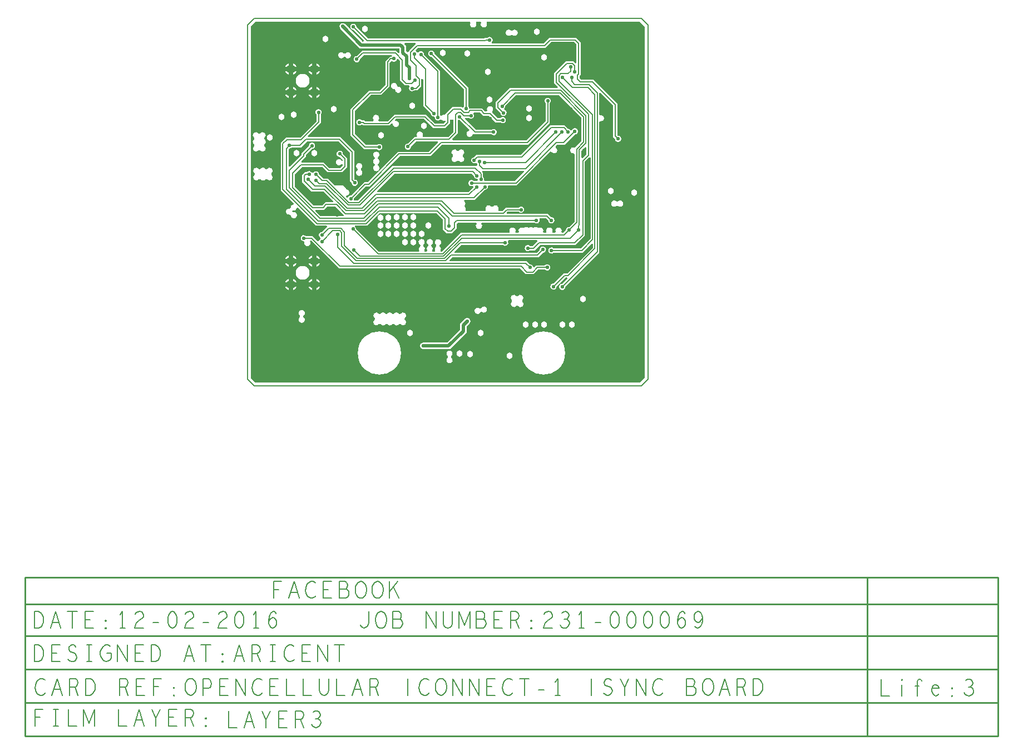
<source format=gbr>
G04 ================== begin FILE IDENTIFICATION RECORD ==================*
G04 Layout Name:  Fb_Connect1_SYNC_Life-3.brd*
G04 Film Name:    L3S.gbr*
G04 File Format:  Gerber RS274X*
G04 File Origin:  Cadence Allegro 16.6-2015-S065*
G04 Origin Date:  Fri Dec 02 18:28:17 2016*
G04 *
G04 Layer:  VIA CLASS/SIG1*
G04 Layer:  PIN/SIG1*
G04 Layer:  ETCH/SIG1*
G04 Layer:  DRAWING FORMAT/L3*
G04 Layer:  DRAWING FORMAT/FILM_LABEL_OUTLINE*
G04 Layer:  BOARD GEOMETRY/OUTLINE*
G04 *
G04 Offset:    (0.000 0.000)*
G04 Mirror:    No*
G04 Mode:      Positive*
G04 Rotation:  0*
G04 FullContactRelief:  No*
G04 UndefLineWidth:     6.000*
G04 ================== end FILE IDENTIFICATION RECORD ====================*
%FSLAX25Y25*MOIN*%
%IR0*IPPOS*OFA0.00000B0.00000*MIA0B0*SFA1.00000B1.00000*%
%ADD12C,.314961*%
%ADD11C,.022*%
%ADD10C,.053*%
%ADD13C,.0056*%
%ADD14C,.01*%
%ADD15C,.02*%
%ADD16C,.025*%
%ADD17C,.006*%
%ADD19C,.258666*%
%ADD20C,.073004*%
%ADD21C,.083004*%
%ADD18C,.038004*%
G75*
%LPD*%
G75*
G36*
G01X133744Y217391D02*
G03X136986I1621J-991D01*
G02X137328Y218000I341J209D01*
G01X139783D01*
G02X140125Y217391I0J-400D01*
G03X143367I1621J-991D01*
G02X143709Y218000I341J209D01*
G01X235171D01*
X238000Y215171D01*
Y4829D01*
X235171Y2000D01*
X4829D01*
X2000Y4829D01*
Y215171D01*
X4829Y218000D01*
X133402D01*
G02X133744Y217391I0J-400D01*
G37*
%LPC*%
G75*
G36*
G01X190600Y59306D02*
G02X188706Y61200I-1900J-6D01*
G01X188789Y61200D01*
X191826Y64237D01*
G03X191544Y64920I-283J283D01*
G01X190730D01*
X185400Y59589D01*
X185400Y59506D01*
G02X183506Y61400I-1900J-6D01*
G01X183589Y61400D01*
X189670Y67480D01*
X191670D01*
X207040Y82851D01*
Y84864D01*
G03X206357Y85147I-400J0D01*
G01X200982Y79772D01*
X183652D01*
G02Y82332I-1404J1280D01*
G01X199922D01*
X205680Y88090D01*
Y136604D01*
G03X204997Y136886I-400J0D01*
G01X202280Y134170D01*
Y89870D01*
X196830Y84420D01*
X175330D01*
X172081Y81170D01*
X169504D01*
G02Y83731I-1404J1280D01*
G01X171020D01*
X173827Y86537D01*
G03X173544Y87220I-283J283D01*
G01X156558D01*
G03X156206Y86631I0J-400D01*
G02X153127Y84451I-1674J-899D01*
G01X128138D01*
X124050Y80363D01*
G03X124333Y79680I283J-283D01*
G01X173400D01*
X175230Y81511D01*
X175230Y81594D01*
G02X177124Y79700I1900J6D01*
G01X177040Y79700D01*
X174460Y77120D01*
X122730D01*
X121013Y75403D01*
G03X121296Y74720I283J-283D01*
G01X167491D01*
X169363Y72847D01*
X169447Y72847D01*
G02X171330Y71240I6J-1900D01*
G03X172008Y71019I395J62D01*
G01X173181Y72191D01*
X178285D01*
G02Y69631I1404J-1280D01*
G01X174241D01*
X171530Y66920D01*
X166970D01*
X163470Y70420D01*
X54870D01*
X38070Y87220D01*
X37906D01*
G03X37574Y86596I0J-400D01*
G02X34182Y86084I-1574J-1064D01*
G03X33794Y86600I-383J116D01*
G02X35173Y89780I-25J1900D01*
G01X39130D01*
X42274Y86637D01*
G03X42947Y86831I283J283D01*
G02X43771Y88010I1853J-419D01*
G03X43766Y88686I-217J336D01*
G02X44775Y92200I1003J1614D01*
G01X44858Y92200D01*
X47895Y95237D01*
G03X47612Y95920I-283J283D01*
G01X41170D01*
X30368Y106721D01*
G03X29688Y106484I-283J-283D01*
G02X27299Y104867I-1888J216D01*
G03X26794Y104450I-106J-386D01*
G02X26799Y104375I-1894J-149D01*
G03X27320Y104010I400J16D01*
G02X26001Y102125I580J-1810D01*
G03X25480Y102490I-400J-16D01*
G02X25401Y106133I-580J1810D01*
G03X25906Y106550I106J386D01*
G02X27584Y108588I1894J150D01*
G03X27821Y109268I-45J397D01*
G01X20020Y117070D01*
Y145530D01*
X23270Y148780D01*
X31770D01*
X41437Y158448D01*
Y162379D01*
G02X43997I1280J1404D01*
G01Y157387D01*
X36274Y149663D01*
G03X36556Y148980I283J-283D01*
G01X55660D01*
X63997Y140643D01*
Y123813D01*
X64311Y123500D01*
X64394Y123500D01*
G02X62500Y121606I6J-1900D01*
G01X62500Y121689D01*
X61437Y122753D01*
Y139583D01*
X54600Y146420D01*
X35830D01*
X32080Y142670D01*
X26704D01*
G02X25294Y142050I-1404J1280D01*
G01X25211Y142050D01*
X24680Y141520D01*
Y131456D01*
G03X25363Y131174I400J0D01*
G01X32520Y138330D01*
Y139330D01*
X36900Y143711D01*
X36900Y143794D01*
G02X38794Y141900I1900J6D01*
G01X38711Y141900D01*
X35080Y138270D01*
Y137270D01*
X32254Y134443D01*
G03X32536Y133760I283J-283D01*
G01X45930D01*
X49240Y130450D01*
X55620D01*
X57120Y131950D01*
Y132481D01*
G03X56412Y132736I-400J0D01*
G02X56732Y134609I-1462J1214D01*
G01X56780Y134478D01*
X57120D01*
Y135420D01*
X55489Y137050D01*
X55406Y137050D01*
G02X57300Y138944I-6J1900D01*
G01X57300Y138861D01*
X59680Y136480D01*
Y130890D01*
X56680Y127890D01*
X48180D01*
X44870Y131200D01*
X32710D01*
X28330Y126820D01*
Y119280D01*
X39530Y108080D01*
X44970D01*
X46770Y109880D01*
X51344D01*
G03X51627Y110563I0J400D01*
G01X45670Y116520D01*
X38560D01*
X32950Y122130D01*
Y126530D01*
X34500Y128080D01*
X35596D01*
G02X38714Y127619I1404J-1280D01*
G03X39428Y127602I361J172D01*
G02X43000Y126694I1673J-902D01*
G01X43000Y126611D01*
X45430Y124180D01*
X48180D01*
X52441Y119920D01*
X57370D01*
X59023Y118267D01*
G02X59139Y118012I-283J-283D01*
G03X59497Y117643I399J28D01*
G02X59438Y113858I-197J-1890D01*
G03X59185Y113176I29J-399D01*
G01X59609Y112751D01*
G03X60260Y112876I283J283D01*
G02X62011Y114025I1746J-751D01*
G01X62094Y114025D01*
X70090Y122020D01*
X72180D01*
X90330Y140170D01*
X108840D01*
X114306Y145637D01*
G03X114024Y146320I-283J283D01*
G01X101130D01*
X98135Y143325D01*
X98135Y143241D01*
G02X96241Y145135I-1900J-6D01*
G01X96325Y145135D01*
X100070Y148880D01*
X101409D01*
G03X101752Y149486I0J400D01*
G02X105012I1630J977D01*
G03X105355Y148880I343J-206D01*
G01X120370D01*
X123620Y152130D01*
Y158985D01*
G03X123112Y159370I-400J0D01*
G02X121923Y159425I-512J1830D01*
G03X121380Y159051I-143J-374D01*
G01Y157270D01*
X118550Y154440D01*
X111470D01*
X105990Y159920D01*
X89130D01*
X88590Y159380D01*
G03X88895Y158697I283J-283D01*
G02X87103Y156905I105J-1897D01*
G03X86421Y157210I-399J22D01*
G01X85130Y155920D01*
X69650D01*
X69050Y156520D01*
X68607D01*
X68548Y156461D01*
G02X68604Y159080I-1348J1339D01*
G01X70110D01*
X70710Y158480D01*
X75468D01*
G03X75760Y159154I0J400D01*
G02X78527I1384J1302D01*
G03X78819Y158480I291J-274D01*
G01X84070D01*
X88070Y162480D01*
X107050D01*
X112530Y157000D01*
X117490D01*
X118820Y158330D01*
Y158766D01*
X118579D01*
X118542Y158751D01*
G02X116248Y159404I-742J1749D01*
G03X115622Y159439I-327J-231D01*
G02X112302Y160790I-1422J1261D01*
G03X111867Y161207I-400J19D01*
G02X109800Y163106I-167J1893D01*
G01X109800Y163189D01*
X105420Y167570D01*
Y183415D01*
G03X104895Y183795I-400J0D01*
G02X104280Y183700I-595J1805D01*
G01Y179470D01*
X101730Y176920D01*
X100104D01*
G02X97144Y179290I-1404J1280D01*
G03X96816Y179920I-328J230D01*
G01X94470D01*
X91520Y182870D01*
Y194670D01*
X90442Y195748D01*
G03X89766Y195541I-283J-283D01*
G02X86496Y194620I-1866J359D01*
G01X86430D01*
X85280Y193470D01*
Y179270D01*
X80230Y174220D01*
X74030D01*
X64500Y164690D01*
Y150930D01*
X71150Y144280D01*
X77664D01*
G02Y141720I1404J-1280D01*
G01X70090D01*
X61940Y149870D01*
Y165750D01*
X72970Y176780D01*
X79170D01*
X82720Y180330D01*
Y194530D01*
X85370Y197180D01*
X86496D01*
G02X86638Y197321I1404J-1280D01*
G03X86373Y198020I-266J299D01*
G01X69830D01*
X67500Y195689D01*
X67500Y195606D01*
G02X65606Y197500I-1900J-6D01*
G01X65689Y197500D01*
X68770Y200580D01*
X89230D01*
X90617Y199194D01*
G03X91300Y199476I283J283D01*
G01Y201871D01*
X90972Y202200D01*
X67419D01*
X55809Y213809D01*
G02X58638Y216638I1414J1414D01*
G01X69076Y206200D01*
X69574D01*
G03X69857Y206883I0J400D01*
G01X63640Y213100D01*
X63557Y213100D01*
G02X65451Y214994I-6J1900D01*
G01X65450Y214911D01*
X72481Y207880D01*
X141821D01*
X142290Y208349D01*
X143796D01*
G02X146491Y205674I1404J-1280D01*
G03X146762Y204980I272J-294D01*
G01X177570D01*
X181070Y208480D01*
X197030D01*
X199780Y205730D01*
Y186170D01*
X199080Y185470D01*
Y184230D01*
X200020Y183290D01*
X207470D01*
X221797Y168963D01*
Y150113D01*
X222111Y149800D01*
X222194Y149800D01*
G02X220300Y147906I6J-1900D01*
G01X220300Y147989D01*
X219237Y149053D01*
Y167903D01*
X211643Y175496D01*
G03X210961Y175213I-283J-283D01*
G01Y162462D01*
G03X211468Y162077I400J0D01*
G02Y158417I512J-1830D01*
G03X210961Y158032I-108J-385D01*
G01Y79750D01*
X190600Y59389D01*
X190600Y59306D01*
G37*
G36*
G01X58671Y198879D02*
G02X58624Y197004I1629J-979D01*
G03X57929Y197021I-353J-189D01*
G02X57976Y198896I-1629J979D01*
G03X58671Y198879I353J189D01*
G37*
G36*
G01X6852Y141161D02*
G02X4261Y143752I-1652J939D01*
G03Y144448I-198J348D01*
G02Y147752I939J1652D01*
G03Y148448I-198J348D01*
G02X6852Y151039I939J1652D01*
G03X7548I348J198D01*
G02X10139Y148448I1652J-939D01*
G03Y147752I198J-348D01*
G02Y144448I-939J-1652D01*
G03Y143752I198J-348D01*
G02X7548Y141161I-939J-1652D01*
G03X6852I-348J-198D01*
G37*
G36*
G01X78239Y132052D02*
G02X76361I-939J-1652D01*
G03Y132748I-198J348D01*
G02Y136052I939J1652D01*
G03Y136748I-198J348D01*
G02X78239I939J1652D01*
G03Y136052I198J-348D01*
G02Y132748I-939J-1652D01*
G03Y132052I198J-348D01*
G37*
G36*
G01X68039Y129252D02*
G02X66161I-939J-1652D01*
G03Y129948I-198J348D01*
G02X68039I939J1652D01*
G03Y129252I198J-348D01*
G37*
G36*
G01X7052Y123861D02*
G02X4461Y126452I-1652J939D01*
G03Y127148I-198J348D01*
G02X7052Y129739I939J1652D01*
G03X7748I348J198D01*
G02X11052I1652J-939D01*
G03X11748I348J198D01*
G02X14339Y127148I1652J-939D01*
G03Y126452I198J-348D01*
G02X11748Y123861I-939J-1652D01*
G03X11052I-348J-198D01*
G02X7748I-1652J939D01*
G03X7052I-348J-198D01*
G37*
G36*
G01X161379Y47992D02*
G02X158612Y50507I-1611J1008D01*
G03X158600Y51151I-244J317D01*
G02X161311Y53708I1100J1549D01*
G03X161989I339J212D01*
G02X164757Y51193I1611J-1008D01*
G03X164769Y50549I244J-317D01*
G02X162058Y47992I-1100J-1549D01*
G03X161379I-339J-212D01*
G37*
G36*
G01X33539Y41252D02*
G02X31661I-939J-1652D01*
G03Y41948I-198J348D01*
G02X33539I939J1652D01*
G03Y41252I198J-348D01*
G37*
G36*
G01X79029Y37151D02*
G02X76438Y39742I-1652J939D01*
G03Y40438I-198J348D01*
G02X79029Y43028I939J1652D01*
G03X79724I348J198D01*
G02X83029I1652J-939D01*
G03X83724I348J198D01*
G02X87029I1652J-939D01*
G03X87724I348J198D01*
G02X91029I1652J-939D01*
G03X91724I348J198D01*
G02X94315Y40438I1652J-939D01*
G03Y39742I198J-348D01*
G02X91724Y37151I-939J-1652D01*
G03X91029I-348J-198D01*
G02X87724I-1652J939D01*
G03X87029I-348J-198D01*
G02X83724I-1652J939D01*
G03X83029I-348J-198D01*
G02X79724I-1652J939D01*
G03X79029I-348J-198D01*
G37*
G36*
G01X122163Y17014D02*
G02X120190I-987J-1624D01*
G03Y17697I-208J342D01*
G02X122163I987J1624D01*
G03Y17014I208J-342D01*
G37*
G36*
G01X140453Y44322D02*
G03X139806Y44191I-279J-287D01*
G02X139380Y46290I-1751J738D01*
G03X140028Y46422I279J287D01*
G02X140453Y44322I1751J-738D01*
G37*
G36*
G01X221966Y107867D02*
G03X221358I-304J-260D01*
G02Y110333I-1446J1233D01*
G03X221966I304J260D01*
G02Y107867I1446J-1233D01*
G37*
G36*
G01X89800Y179584D02*
G03X90252Y179184I400J-3D01*
G02X88600Y177316I248J-1884D01*
G03X88148Y177716I-400J3D01*
G02X89800Y179584I-248J1884D01*
G37*
G36*
G01X158754Y210167D02*
G03X158146I-304J-260D01*
G02Y212633I-1446J1233D01*
G03X158754I304J260D01*
G02Y210167I1446J-1233D01*
G37*
G36*
G01X127400Y33548D02*
Y37242D01*
X130362Y40204D01*
G02X133191Y37375I1414J-1414D01*
G01X131400Y35585D01*
Y31892D01*
X121474Y21965D01*
X105434D01*
G02Y25965I0J2000D01*
G01X119817D01*
X127400Y33548D01*
G37*
G54D19*
X177643Y19728D03*
X79218D03*
G54D20*
X40076Y189865D03*
Y175850D03*
Y74550D03*
Y60535D03*
X26061Y189865D03*
Y175850D03*
Y74550D03*
Y60535D03*
G54D21*
X33068Y182858D03*
Y67542D03*
G54D18*
X231811Y115689D03*
X217772Y116800D03*
X201300Y51900D03*
X194468Y36700D03*
X177968D03*
X188968D03*
X173531Y212120D03*
X166968Y36700D03*
X172468D03*
X157158Y18090D03*
X133377Y18990D03*
X139911Y31624D03*
X127177Y19321D03*
X98700Y167700D03*
X105800Y155820D03*
X97600Y31700D03*
X80136Y150100D03*
X70500Y213600D03*
X46800Y207800D03*
X51770Y165630D03*
X27724Y162500D03*
X40000Y139500D03*
X29500D03*
X20500Y161000D03*
X13500Y148600D03*
%LPD*%
G75*
G36*
G01X43919Y101592D02*
X40674Y104837D01*
G02X40956Y105520I283J283D01*
G01X46030D01*
X47830Y107320D01*
X52840D01*
X57885Y102275D01*
G02X57602Y101592I-283J-283D01*
G01X43919D01*
G37*
G36*
G01X78900Y80260D02*
X65300Y93861D01*
X65300Y93944D01*
G03X64404Y95563I-1900J6D01*
G03X64377Y95620I-373J-144D01*
G01X64350Y95666D01*
Y95920D01*
X71830D01*
X79430Y103520D01*
X113170D01*
X117120Y99570D01*
Y93670D01*
X119470Y91320D01*
X122530D01*
X125380Y94170D01*
Y97070D01*
X126154Y97844D01*
X137203D01*
G02X137486Y97161I0J-400D01*
G03X140175I1345J-1343D01*
G02X140458Y97844I283J283D01*
G01X171896D01*
G03X175050Y99864I1404J1280D01*
G02X175419Y100420I368J156D01*
G01X179094D01*
X180300Y99213D01*
X180300Y99130D01*
G03X182194Y101024I1900J-6D01*
G01X182111Y101024D01*
X180154Y102980D01*
X155656D01*
G02X155374Y103663I0J400D01*
G01X155937Y104226D01*
X162626D01*
G03Y106786I1404J1280D01*
G01X154876D01*
X152870Y104780D01*
X150678D01*
G02X150328Y105375I0J400D01*
G03X147016Y107239I-1660J925D01*
G02X146321I-348J198D01*
G03X143009Y105375I-1652J-939D01*
G02X142659Y104780I-349J-195D01*
G01X131049D01*
G02X130675Y105323I0J400D01*
G03X130304Y107280I-1775J677D01*
G02Y107820I296J270D01*
G03X130062Y110603I-1404J1280D01*
G02X130307Y111320I245J316D01*
G01X136330D01*
X142311Y117300D01*
X142394Y117300D01*
G03X144251Y119629I6J1900D01*
G02X144641Y120120I390J90D01*
G01X161530D01*
X181637Y140226D01*
G02X182276Y140125I283J-283D01*
G03X184832Y142681I1693J863D01*
G02X184731Y143320I182J356D01*
G01X185830Y144420D01*
X190130D01*
X196211Y150500D01*
X196294Y150500D01*
G03X194544Y153127I6J1900D01*
G02X193831Y153074I-370J153D01*
G03X192194Y154000I-1631J-974D01*
G01X192111Y154000D01*
X190230Y155880D01*
X181570D01*
X163970Y138280D01*
X137320D01*
X136040Y137000D01*
X135957Y137000D01*
G03X136958Y133489I-6J-1900D01*
G02X137505Y133367I212J-339D01*
G03X137820Y132996I1595J1033D01*
G01Y131956D01*
G02X137137Y131674I-400J0D01*
G01X137030Y131780D01*
X87170D01*
X66290Y110900D01*
X64152D01*
G02X63779Y111444I0J400D01*
G03X63905Y112131I-1774J681D01*
G01X63905Y112214D01*
X71150Y119460D01*
X73240D01*
X91390Y137610D01*
X109900D01*
X116800Y144510D01*
X168280D01*
X181280Y157510D01*
Y169208D01*
G03X178720I-1280J1404D01*
G01Y158570D01*
X167220Y147070D01*
X123146D01*
G02X122863Y147753I0J400D01*
G01X126180Y151070D01*
Y158985D01*
G02X126688Y159370I400J0D01*
G03X127206Y159300I512J1830D01*
G01X127289Y159300D01*
X133133Y153456D01*
G02X132911Y152778I-283J-283D01*
G03X135078Y150611I289J-1878D01*
G02X135756Y150833I395J-61D01*
G01X135939Y150651D01*
X146227D01*
G03Y153211I1404J1280D01*
G01X137000D01*
X130373Y159837D01*
G02X130656Y160520I283J283D01*
G01X132596D01*
G03X135495Y162973I1404J1280D01*
G02X135810Y163620I315J247D01*
G01X139470D01*
X141270Y161820D01*
X144970D01*
X148970Y157820D01*
X151696D01*
G03Y160380I1404J1280D01*
G01X150030D01*
X146771Y163639D01*
G02X146780Y164214I283J283D01*
G03X143705Y164923I-1300J1386D01*
G02X143332Y164380I-374J-143D01*
G01X142330D01*
X140530Y166180D01*
X132999D01*
X132969Y166344D01*
G03X132380Y167404I-1869J-344D01*
G01Y178630D01*
X112200Y198811D01*
X112200Y198894D01*
G03X110306Y197000I-1900J6D01*
G01X110389Y197000D01*
X129820Y177570D01*
Y167404D01*
G03X129350Y166739I1280J-1404D01*
G02X128698Y166612I-368J156D01*
G01X128230Y167080D01*
X122870D01*
X118820Y163030D01*
Y162715D01*
G02X118312Y162330I-400J0D01*
G03X116378Y161761I-512J-1830D01*
G02X115752Y161796I-299J265D01*
G03X115480Y162104I-1553J-1096D01*
G01Y188861D01*
X105931Y198411D01*
X105931Y198494D01*
G03X102457Y199565I-1900J6D01*
G02X101774Y199600I-331J224D01*
G03X101060Y200340I-1674J-900D01*
G02X100979Y200968I202J345D01*
G01X102430Y202420D01*
X178630D01*
X182130Y205920D01*
X195970D01*
X197220Y204670D01*
Y193366D01*
G02X196537Y193084I-400J0D01*
G01X195210Y194410D01*
X191040D01*
X183910Y187280D01*
Y181310D01*
X186156Y179063D01*
G02X185874Y178380I-283J-283D01*
G01X157370D01*
X148920Y169930D01*
Y166270D01*
X151600Y163589D01*
X151600Y163506D01*
G03X154082Y165309I1900J-6D01*
G02X153949Y165998I122J381D01*
G03X154638Y167468I-1211J1464D01*
G01X154638Y167552D01*
X161106Y174020D01*
X186820D01*
X200200Y160640D01*
Y146450D01*
X196293Y142544D01*
X196159Y142623D01*
G03X195603Y139134I-970J-1634D01*
G02X196090Y138743I87J-390D01*
G01Y98469D01*
X192820Y95200D01*
X192737Y95200D01*
G03X190830Y93294I-6J-1900D01*
G01X190831Y93211D01*
X189200Y91580D01*
X188592D01*
G02X188234Y92158I0J400D01*
G03X184828I-1703J843D01*
G02X184469Y91580I-359J-177D01*
G01X183092D01*
G02X182734Y92158I0J400D01*
G03X179328I-1703J843D01*
G02X178969Y91580I-359J-177D01*
G01X177592D01*
G02X177234Y92158I0J400D01*
G03X174621Y94668I-1703J843D01*
G02X174117Y94770I-192J351D01*
G03X173804Y94920I-312J-250D01*
G01X171981D01*
G03X171713Y94817I0J-400D01*
G02X171199Y94799I-268J297D01*
G03X168862I-1168J-1499D01*
G02X168348Y94817I-246J315D01*
G03X168081Y94920I-268J-297D01*
G01X166157D01*
G03X165845Y94770I0J-400D01*
G02X165341Y94668I-312J250D01*
G03X162728Y92158I-910J-1668D01*
G02X162369Y91580I-359J-177D01*
G01X160992D01*
G02X160634Y92158I0J400D01*
G03X157228I-1703J843D01*
G02X156869Y91580I-359J-177D01*
G01X127800D01*
X116480Y80260D01*
X116070D01*
G02X115745Y80893I0J400D01*
G03X115179Y83629I-1545J1107D01*
G02X115196Y84324I206J343D01*
G03X113321Y84371I-896J1676D01*
G02X113304Y83676I-206J-343D01*
G03X112655Y80893I896J-1676D01*
G02X112330Y80260I-325J-233D01*
G01X111094D01*
G02X110782Y80911I0J400D01*
G03X110279Y83729I-1482J1189D01*
G02X110296Y84424I206J343D01*
G03X108421Y84471I-896J1676D01*
G02X108404Y83776I-206J-343D01*
G03X107818Y80911I896J-1676D01*
G02X107506Y80260I-312J-250D01*
G01X106470D01*
G02X106145Y80893I0J400D01*
G03X105417Y83716I-1545J1107D01*
G02X105396Y84427I172J361D01*
G03X103659Y84374I-919J1663D01*
G02X103681Y83663I-172J-361D01*
G03X103055Y80893I919J-1663D01*
G02X102730Y80260I-325J-233D01*
G01X78900D01*
G37*
G36*
G01X77774Y116563D02*
X88156Y126945D01*
X134570D01*
X135625Y125889D01*
X135625Y125806D01*
G03X137676Y123906I1900J-6D01*
G02X138106Y123541I32J-399D01*
G03X138170Y123188I1893J160D01*
G02X137785Y122680I-385J-108D01*
G01X135780D01*
G03X135078Y119634I-1404J-1280D01*
G02X135626Y119252I148J-372D01*
G03X135625Y119194I1899J-52D01*
G01X135625Y119111D01*
X132395Y115880D01*
X78056D01*
G02X77774Y116563I0J400D01*
G37*
G36*
G01X96520Y200075D02*
G02X95837Y199792I-400J0D01*
G01X95300Y200328D01*
Y203528D01*
X94192Y204637D01*
G02X94475Y205320I283J283D01*
G01X100744D01*
G02X101026Y204637I0J-400D01*
G01X96520Y200130D01*
Y200075D01*
G37*
G36*
G01X142215Y122680D02*
G02X141830Y123188I0J400D01*
G03X141280Y125104I-1830J512D01*
G01Y127530D01*
X140673Y128137D01*
G02X140956Y128820I283J283D01*
G01X165644D01*
G02X165927Y128137I0J-400D01*
G01X160470Y122680D01*
X142215D01*
G37*
G36*
G01X200180Y136656D02*
Y140710D01*
X202437Y142966D01*
G02X203120Y142684I283J-283D01*
G01Y138630D01*
X200863Y136374D01*
G02X200180Y136656I-283J283D01*
G37*
%LPC*%
G75*
G36*
G01X125852Y134861D02*
G02X123261Y137452I-1652J939D01*
G03Y138148I-198J348D01*
G02X125852Y140739I939J1652D01*
G03X126548I348J198D01*
G02X129139Y138148I1652J-939D01*
G03Y137452I198J-348D01*
G02X126548Y134861I-939J-1652D01*
G03X125852I-348J-198D01*
G37*
G54D18*
X79977Y95890D03*
X84477Y91190D03*
X79977D03*
X89477D03*
Y96190D03*
X84477Y95890D03*
X79977Y100590D03*
X89477Y100890D03*
X84477Y100590D03*
X108418Y96018D03*
X94377Y86190D03*
X99477Y91190D03*
X94477D03*
X104477Y91090D03*
X99477Y96190D03*
X94477D03*
X99577Y86190D03*
X94477Y100890D03*
X99477D03*
X117100Y199400D03*
X131950Y198900D03*
X145000Y171300D03*
X144200Y188100D03*
X168957Y160247D03*
Y166153D03*
X177831Y196631D03*
%LPD*%
G75*
G54D10*
X26061Y60535D03*
Y74550D03*
Y175850D03*
Y189865D03*
X40076Y60535D03*
Y74550D03*
Y175850D03*
Y189865D03*
G54D11*
X14537Y99900D03*
X14300Y95132D03*
X14537Y104900D03*
Y109900D03*
Y114900D03*
Y119900D03*
Y134900D03*
Y139900D03*
X11368Y137868D03*
X11868Y157932D03*
X15500Y158500D03*
X38527Y13808D03*
X38500Y42900D03*
X28047Y91100D03*
X33768Y88500D03*
X40968Y110300D03*
Y115300D03*
X37968Y112800D03*
X29800Y125200D03*
X41000Y123200D03*
X36600Y123600D03*
X41100Y126700D03*
X37000Y126800D03*
X26000Y138000D03*
X37000D03*
X25300Y143950D03*
X38800Y143800D03*
X40500Y150900D03*
X32000Y161500D03*
X40500Y160000D03*
X36217Y155402D03*
X49527Y13803D03*
X44800Y86412D03*
X44768Y90300D03*
X54100Y90700D03*
X51140Y104870D03*
X53700Y102500D03*
X51700Y131450D03*
X55737Y125316D03*
X52050Y126450D03*
X51900Y150300D03*
X51050Y141450D03*
X51750Y136450D03*
X55400Y138950D03*
X42717Y163783D03*
X54824Y162861D03*
X51900Y155300D03*
X50250Y178660D03*
X56220Y178560D03*
X54824Y174476D03*
X57800Y187230D03*
X50501Y190500D03*
X57224Y215224D03*
X63700Y81500D03*
X73700Y94100D03*
X68300Y93800D03*
X63400Y93950D03*
X65900Y112300D03*
X69800Y116200D03*
X62005Y112125D03*
X64400Y121600D03*
X69300Y148800D03*
X72605Y145850D03*
X67650Y139350D03*
X70800Y160800D03*
X66000Y153100D03*
X74700Y153700D03*
X67200Y157800D03*
X75700Y172800D03*
X70860Y178810D03*
X75705Y178905D03*
X65038Y190500D03*
X75370Y187320D03*
X65600Y195600D03*
X63550Y215000D03*
X88877Y66064D03*
X83677Y65990D03*
X78877Y66090D03*
X81700Y133400D03*
X88500Y133000D03*
X84200Y121200D03*
X80000Y117200D03*
X81700Y140000D03*
X86700Y141100D03*
X79068Y143000D03*
X81700Y159800D03*
X80105Y153850D03*
X81739Y182858D03*
X86600Y175900D03*
X86950Y169550D03*
X90300Y201100D03*
X76320Y191050D03*
X86500Y193000D03*
X77000Y195600D03*
X86515Y189985D03*
X87900Y195900D03*
X87600Y209300D03*
X81739Y213000D03*
X100677Y22321D03*
X104868Y27900D03*
X105434Y23965D03*
X103268Y37183D03*
X94468Y66000D03*
X108177Y52743D03*
X104577Y69037D03*
X100518Y143999D03*
X96235Y143235D03*
X98600Y154850D03*
X98700Y173350D03*
X95200Y178100D03*
X97000Y184200D03*
X98700Y178200D03*
X100500Y183050D03*
X107200Y199900D03*
X96210Y201180D03*
X100100Y198700D03*
X104031Y198500D03*
X97000Y187600D03*
X108300Y210200D03*
X93446Y211368D03*
X104500Y210300D03*
X99487Y210187D03*
X115679Y10340D03*
X119877Y30258D03*
X123900Y41300D03*
X119500Y38200D03*
X123600Y38300D03*
X119500Y41200D03*
X112588Y48899D03*
X116076Y52857D03*
X126415Y53390D03*
X114831Y95792D03*
X120831Y95818D03*
X119250Y151200D03*
X115250D03*
X111250D03*
X111700Y163100D03*
X114200Y160700D03*
X121000Y169800D03*
X117500Y173300D03*
X124500D03*
X117500Y169800D03*
X124500D03*
X121000Y173300D03*
X113500Y199500D03*
X120631D03*
X110300Y198900D03*
X112900Y210100D03*
X121600Y210200D03*
X124665D03*
X118250Y210150D03*
X131777Y38790D03*
X129327Y50290D03*
X138027Y50643D03*
X126868Y95792D03*
X132468D03*
X135100Y107700D03*
X127831Y119000D03*
X133800Y124900D03*
X131500Y119400D03*
X134376Y121400D03*
X137525Y125800D03*
Y119200D03*
X140000Y123700D03*
X142400Y119200D03*
X142294Y133700D03*
X139100Y134400D03*
X135950Y135100D03*
X127100Y151400D03*
X127200Y161200D03*
X131100Y166000D03*
X134000Y161800D03*
X135100Y200060D03*
X139600Y198700D03*
X138400Y209600D03*
X147045Y27190D03*
X147930Y33000D03*
X144668Y95792D03*
X152131D03*
X156100Y95600D03*
X154532Y85732D03*
X143800Y125400D03*
X147831Y119000D03*
X152931Y141288D03*
X145481Y159950D03*
X145600Y155600D03*
X150200Y155300D03*
X153500Y163500D03*
X152738Y167462D03*
X147631Y151931D03*
X153100Y159100D03*
X147300Y198300D03*
X149062Y195738D03*
X145720Y216400D03*
X149505D03*
X153305D03*
X145200Y207068D03*
X163600Y29900D03*
X160968Y36700D03*
X160668Y63400D03*
X168100Y82450D03*
X177130Y81600D03*
X169453Y70947D03*
X173300Y99124D03*
X164031Y105506D03*
X168957Y154247D03*
X167600Y172900D03*
X171768Y195738D03*
X162336D03*
X167397Y211200D03*
X183468Y36700D03*
X188700Y59300D03*
X183500Y59500D03*
X192484Y71016D03*
X182248Y81052D03*
X179689Y70911D03*
X192731Y93300D03*
X182200Y99124D03*
X189468Y140988D03*
X193668Y165800D03*
X186668D03*
X190268Y163200D03*
X193668Y160800D03*
X186668D03*
X188600Y151900D03*
X192200Y152100D03*
X184900Y151900D03*
X182831Y173000D03*
X180000Y170612D03*
X193713Y197813D03*
X182887D03*
X193700Y190900D03*
X188968Y184670D03*
X193713Y215587D03*
X182887D03*
X208700Y52000D03*
X207825Y55675D03*
X204280Y93162D03*
X198331Y93300D03*
X201800Y140900D03*
X196300Y152400D03*
X200190Y185012D03*
X194468Y184832D03*
X196100Y188000D03*
X222000Y76000D03*
X223331Y68331D03*
X219000Y98300D03*
X215789Y106211D03*
X226742Y129958D03*
X211869Y138532D03*
X222200Y147900D03*
X211980Y166153D03*
X212000Y153200D03*
X223080Y155890D03*
G54D12*
X218400Y21600D03*
Y198400D03*
G54D13*
G01X42717Y163783D02*
Y157917D01*
X32300Y147500D01*
X23800D01*
X21300Y145000D01*
Y117600D01*
X41700Y97200D01*
X71300D01*
X78900Y104800D01*
X113700D01*
X118400Y100100D01*
Y94200D01*
X120000Y92600D01*
X122000D01*
X124100Y94700D01*
Y97600D01*
X125624Y99124D01*
X173300D01*
G01X120831Y95818D02*
Y100269D01*
X114000Y107100D01*
X79000D01*
X70577Y98677D01*
X42576D01*
X23400Y117853D01*
Y142050D01*
X25300Y143950D01*
G01X33768Y88500D02*
X38600D01*
X55400Y71700D01*
X164000D01*
X167500Y68200D01*
X171000D01*
X173711Y70911D01*
X179689D01*
G01X55400Y138950D02*
X58400Y135950D01*
Y131420D01*
X56150Y129170D01*
X48710D01*
X45400Y132480D01*
X32180D01*
X27050Y127350D01*
Y118750D01*
X39000Y106800D01*
X45500D01*
X47300Y108600D01*
X53370D01*
X58970Y103000D01*
X70080D01*
X77780Y110700D01*
X116500D01*
X123700Y103500D01*
X153400D01*
X155406Y105506D01*
X164031D01*
G01X182200Y99124D02*
X179624Y101700D01*
X122800D01*
X115400Y109100D01*
X78600D01*
X69812Y100312D01*
X43388D01*
X25100Y118600D01*
Y129100D01*
X33800Y137800D01*
Y138800D01*
X38800Y143800D01*
G01X137525Y119200D02*
X132925Y114600D01*
X77050D01*
X68750Y106300D01*
X59880D01*
X46620Y119560D01*
X40640D01*
X36600Y123600D01*
G01X142400Y119200D02*
X135800Y112600D01*
X77450D01*
X69770Y104920D01*
X59080D01*
X46200Y117800D01*
X39090D01*
X34230Y122660D01*
Y126000D01*
X35030Y126800D01*
X37000D01*
G01X25300Y143950D02*
X31550D01*
X35300Y147700D01*
X55130D01*
X62717Y140113D01*
Y123283D01*
X64400Y121600D01*
G01X54100Y90700D02*
Y83077D01*
X63737Y73440D01*
X166960D01*
X169453Y70947D01*
G01X177130Y81600D02*
X173930Y78400D01*
X122200D01*
X118700Y74900D01*
X65200D01*
X56500Y83600D01*
Y91800D01*
X55400Y92900D01*
X51288D01*
X44800Y86412D01*
G01X154532Y85732D02*
X127608D01*
X118137Y76260D01*
X65763D01*
X58100Y83923D01*
Y92200D01*
X56040Y94260D01*
X48729D01*
X44768Y90300D01*
G01X41000Y123200D02*
X43000Y121200D01*
X47380D01*
X60360Y108220D01*
X67620D01*
X87625Y128225D01*
X135100D01*
X137525Y125800D01*
G01X41100Y126700D02*
X44900Y122900D01*
X47650D01*
X60930Y109620D01*
X66820D01*
X87700Y130500D01*
X136500D01*
X140000Y127000D01*
Y123700D01*
G01X63700Y81500D02*
X67580Y77620D01*
X117573D01*
X128453Y88500D01*
X193531D01*
X198331Y93300D01*
G01X63400Y93950D02*
X78370Y78980D01*
X117010D01*
X128330Y90300D01*
X189731D01*
X192731Y93300D01*
G01X62005Y112125D02*
X70620Y120740D01*
X72710D01*
X90860Y138890D01*
X109370D01*
X116270Y145790D01*
X167750D01*
X180000Y158040D01*
Y170612D01*
G01X79068Y143000D02*
X70620D01*
X63220Y150400D01*
Y165220D01*
X73500Y175500D01*
X79700D01*
X84000Y179800D01*
Y194000D01*
X85900Y195900D01*
X87900D01*
G01X67200Y157800D02*
X69580D01*
X70180Y157200D01*
X84600D01*
X88600Y161200D01*
X106520D01*
X112000Y155720D01*
X118020D01*
X120100Y157800D01*
Y162500D01*
X123400Y165800D01*
X127700D01*
X129800Y163700D01*
X132400D01*
X133600Y164900D01*
X140000D01*
X141800Y163100D01*
X145500D01*
X149500Y159100D01*
X153100D01*
G01X65600Y195600D02*
X69300Y199300D01*
X88700D01*
X92800Y195200D01*
Y183400D01*
X95000Y181200D01*
X98650D01*
X100500Y183050D01*
G01X63550Y215000D02*
X71950Y206600D01*
X142352D01*
X142820Y207068D01*
X145200D01*
G01X134000Y161800D02*
X129777D01*
X127927Y163650D01*
X126150D01*
X124900Y162400D01*
Y151600D01*
X120900Y147600D01*
X100600D01*
X96235Y143235D01*
G01X111700Y163100D02*
X106700Y168100D01*
Y189720D01*
X100100Y196320D01*
Y198700D01*
G01X222200Y147900D02*
X220517Y149583D01*
Y168433D01*
X206940Y182010D01*
X199490D01*
X197800Y183700D01*
Y186000D01*
X198500Y186700D01*
Y205200D01*
X196500Y207200D01*
X181600D01*
X178100Y203700D01*
X101900D01*
X97800Y199600D01*
Y194900D01*
X101050Y191650D01*
Y185650D01*
X103000Y183700D01*
Y180000D01*
X101200Y178200D01*
X98700D01*
G01X104031Y198500D02*
X114200Y188331D01*
Y160700D01*
G01X131100Y166000D02*
Y178100D01*
X110300Y198900D01*
G01X134376Y121400D02*
X161000D01*
X185300Y145700D01*
X189600D01*
X196300Y152400D01*
G01X188600Y151900D02*
X166800Y130100D01*
X141020D01*
X139100Y132020D01*
Y134400D01*
G01X192200Y152100D02*
X189700Y154600D01*
X182100D01*
X164500Y137000D01*
X137850D01*
X135950Y135100D01*
G01X127200Y161200D02*
X136469Y151931D01*
X147631D01*
G01X142294Y133700D02*
X166700D01*
X184900Y151900D01*
G01X198331Y93300D02*
Y95680D01*
X198900Y96249D01*
Y141240D01*
X202950Y145290D01*
Y161820D01*
X187670Y177100D01*
X157900D01*
X150200Y169400D01*
Y166800D01*
X153500Y163500D01*
G01X152738Y167462D02*
X160576Y175300D01*
X187350D01*
X201480Y161170D01*
Y145920D01*
X197370Y141810D01*
Y97939D01*
X192731Y93300D01*
G01X168100Y82450D02*
X171550D01*
X174800Y85700D01*
X196300D01*
X201000Y90400D01*
Y134700D01*
X204400Y138100D01*
Y162630D01*
X185190Y181840D01*
Y186750D01*
X191570Y193130D01*
X194680D01*
X196100Y191710D01*
Y188000D01*
G01X188700Y59300D02*
X209680Y80280D01*
Y175510D01*
X204800Y180390D01*
X196308D01*
X194468Y182230D01*
Y184832D01*
G01X188968Y184670D02*
X194858Y178780D01*
X204010D01*
X208320Y174470D01*
Y82320D01*
X192200Y66200D01*
X190200D01*
X183500Y59500D01*
G01X182248Y81052D02*
X200452D01*
X206960Y87560D01*
Y162260D01*
X186710Y182510D01*
Y185830D01*
X187860Y186980D01*
X192300D01*
X193700Y188380D01*
Y190900D01*
G54D14*
G01X-133069Y-114500D02*
X371600D01*
Y-209700D01*
X-133069D01*
G01Y-114500D02*
Y-209700D01*
G01Y-189700D02*
X449900D01*
G01X-133069Y-169700D02*
X449900D01*
G01X-133069Y-149700D02*
X449900D01*
G01X-133069Y-130500D02*
X449900D01*
G01X371600Y-114500D02*
X449900D01*
Y-209700D01*
X371600D01*
G54D15*
G01X97000Y187600D02*
Y190700D01*
X95500Y192200D01*
Y197300D01*
X93300Y199500D01*
Y202700D01*
X91800Y204200D01*
X68248D01*
X57224Y215224D01*
G01X131777Y38790D02*
X129400Y36413D01*
Y32720D01*
X120645Y23965D01*
X105434D01*
G01X97000Y184200D02*
Y187600D01*
G54D16*
G01X22210Y60535D02*
X26061D01*
G01X22210Y74550D02*
X26061D01*
G01X22210Y175850D02*
X26061D01*
G01X22210Y189865D02*
X26061D01*
G01X40076Y56684D02*
Y60535D01*
G01D02*
Y64385D01*
G01X36226Y60535D02*
X40076D01*
G01D02*
X43927D01*
G01X26061Y56684D02*
Y60535D01*
G01D02*
Y64385D01*
G01Y60535D02*
X29911D01*
G01X40076Y70700D02*
Y74550D01*
G01D02*
Y78401D01*
G01X36226Y74550D02*
X40076D01*
G01D02*
X43927D01*
G01X26061Y70700D02*
Y74550D01*
G01D02*
Y78401D01*
G01Y74550D02*
X29911D01*
G01X40076Y171999D02*
Y175850D01*
G01D02*
Y179700D01*
G01X36226Y175850D02*
X40076D01*
G01D02*
X43927D01*
G01X26061Y171999D02*
Y175850D01*
G01D02*
Y179700D01*
G01Y175850D02*
X29911D01*
G01X40076Y186015D02*
Y189865D01*
G01D02*
Y193716D01*
G01X36226Y189865D02*
X40076D01*
G01D02*
X43927D01*
G01X26061Y186015D02*
Y189865D01*
G01D02*
Y193716D01*
G01Y189865D02*
X29911D01*
G54D17*
G01X-127194Y-203500D02*
Y-193500D01*
X-122444D01*
G01X-124194Y-198333D02*
X-127194D01*
G01X-116319Y-193500D02*
X-113320D01*
G01X-114819D02*
Y-203500D01*
G01X-116319D02*
X-113320D01*
G01X-107319Y-193500D02*
Y-203500D01*
X-102319D01*
G01X-98069D02*
Y-193500D01*
X-94819Y-201833D01*
X-91569Y-193500D01*
Y-203500D01*
G01X-77319Y-193500D02*
Y-203500D01*
X-72319D01*
G01X-67944D02*
X-64819Y-193500D01*
X-61694Y-203500D01*
G01X-62819Y-200000D02*
X-66819D01*
G01X-54819Y-203500D02*
Y-199000D01*
X-57319Y-193500D01*
G01X-52319D02*
X-54819Y-199000D01*
G01X-42319Y-203500D02*
X-47319D01*
Y-193500D01*
X-42319D01*
G01X-44319Y-198333D02*
X-47319D01*
G01X-37319Y-203500D02*
Y-193500D01*
X-34194D01*
X-33194Y-194000D01*
X-32569Y-194667D01*
X-32319Y-196000D01*
X-32569Y-197333D01*
X-33319Y-198167D01*
X-34194Y-198667D01*
X-37319D01*
G01X-34194D02*
X-32319Y-203500D01*
G01X-24819Y-203833D02*
X-25069Y-203667D01*
Y-203333D01*
X-24819Y-203167D01*
X-24569Y-203333D01*
Y-203667D01*
X-24819Y-203833D01*
G01Y-199334D02*
X-25069Y-199167D01*
Y-198833D01*
X-24819Y-198667D01*
X-24569Y-198833D01*
Y-199167D01*
X-24819Y-199334D01*
G01X-127569Y-165000D02*
Y-155000D01*
X-125069D01*
X-124069Y-155500D01*
X-123319Y-156167D01*
X-122694Y-157166D01*
X-122194Y-158334D01*
X-122069Y-160000D01*
X-122194Y-161667D01*
X-122694Y-162834D01*
X-123319Y-163834D01*
X-124069Y-164500D01*
X-125069Y-165000D01*
X-127569D01*
G01X-112319D02*
X-117319D01*
Y-155000D01*
X-112319D01*
G01X-114319Y-159833D02*
X-117319D01*
G01X-107444Y-163667D02*
X-106444Y-164500D01*
X-105319Y-165000D01*
X-104319D01*
X-103319Y-164500D01*
X-102569Y-163667D01*
X-102194Y-162500D01*
X-102444Y-161334D01*
X-103069Y-160333D01*
X-104194Y-159667D01*
X-105694Y-159333D01*
X-106569Y-158667D01*
X-106944Y-157500D01*
X-106694Y-156333D01*
X-106069Y-155500D01*
X-105194Y-155000D01*
X-104319D01*
X-103444Y-155333D01*
X-102694Y-156167D01*
G01X-96319Y-155000D02*
X-93320D01*
G01X-94819D02*
Y-165000D01*
G01X-96319D02*
X-93320D01*
G01X-84069Y-160000D02*
X-81569D01*
Y-163000D01*
X-82319Y-164000D01*
X-83194Y-164667D01*
X-84444Y-165000D01*
X-85694Y-164667D01*
X-86569Y-164000D01*
X-87319Y-163000D01*
X-87820Y-161833D01*
X-88069Y-160500D01*
Y-159333D01*
X-87820Y-158334D01*
X-87319Y-157166D01*
X-86569Y-156167D01*
X-85819Y-155500D01*
X-84819Y-155000D01*
X-83944D01*
X-82944Y-155333D01*
X-82194Y-156000D01*
G01X-77694Y-165000D02*
Y-155000D01*
X-71944Y-165000D01*
Y-155000D01*
G01X-62319Y-165000D02*
X-67319D01*
Y-155000D01*
X-62319D01*
G01X-64319Y-159833D02*
X-67319D01*
G01X-57569Y-165000D02*
Y-155000D01*
X-55069D01*
X-54069Y-155500D01*
X-53319Y-156167D01*
X-52694Y-157166D01*
X-52194Y-158334D01*
X-52069Y-160000D01*
X-52194Y-161667D01*
X-52694Y-162834D01*
X-53319Y-163834D01*
X-54069Y-164500D01*
X-55069Y-165000D01*
X-57569D01*
G01X-37944D02*
X-34819Y-155000D01*
X-31694Y-165000D01*
G01X-32819Y-161500D02*
X-36819D01*
G01X-24819Y-155000D02*
Y-165000D01*
G01X-27694Y-155000D02*
X-21944D01*
G01X-14819Y-165333D02*
X-15069Y-165167D01*
Y-164833D01*
X-14819Y-164667D01*
X-14569Y-164833D01*
Y-165167D01*
X-14819Y-165333D01*
G01Y-160834D02*
X-15069Y-160667D01*
Y-160333D01*
X-14819Y-160167D01*
X-14569Y-160333D01*
Y-160667D01*
X-14819Y-160834D01*
G01X-7944Y-165000D02*
X-4819Y-155000D01*
X-1694Y-165000D01*
G01X-2819Y-161500D02*
X-6819D01*
G01X2681Y-165000D02*
Y-155000D01*
X5806D01*
X6806Y-155500D01*
X7431Y-156167D01*
X7681Y-157500D01*
X7431Y-158833D01*
X6681Y-159667D01*
X5806Y-160167D01*
X2681D01*
G01X5806D02*
X7681Y-165000D01*
G01X13681Y-155000D02*
X16680D01*
G01X15181D02*
Y-165000D01*
G01X13681D02*
X16680D01*
G01X27931Y-155834D02*
X27181Y-155333D01*
X26306Y-155000D01*
X25306D01*
X24181Y-155500D01*
X23306Y-156333D01*
X22681Y-157333D01*
X22180Y-159000D01*
X22056Y-160500D01*
X22306Y-162000D01*
X22681Y-163000D01*
X23431Y-164000D01*
X24306Y-164667D01*
X25181Y-165000D01*
X26056D01*
X26931Y-164667D01*
X27681Y-164167D01*
X28306Y-163500D01*
G01X37681Y-165000D02*
X32681D01*
Y-155000D01*
X37681D01*
G01X35681Y-159833D02*
X32681D01*
G01X42306Y-165000D02*
Y-155000D01*
X48056Y-165000D01*
Y-155000D01*
G01X55181D02*
Y-165000D01*
G01X52306Y-155000D02*
X58056D01*
G01X-127569Y-145000D02*
Y-135000D01*
X-125069D01*
X-124069Y-135500D01*
X-123319Y-136167D01*
X-122694Y-137166D01*
X-122194Y-138334D01*
X-122069Y-140000D01*
X-122194Y-141667D01*
X-122694Y-142834D01*
X-123319Y-143834D01*
X-124069Y-144500D01*
X-125069Y-145000D01*
X-127569D01*
G01X-117944D02*
X-114819Y-135000D01*
X-111694Y-145000D01*
G01X-112819Y-141500D02*
X-116819D01*
G01X-104819Y-135000D02*
Y-145000D01*
G01X-107694Y-135000D02*
X-101944D01*
G01X-92319Y-145000D02*
X-97319D01*
Y-135000D01*
X-92319D01*
G01X-94319Y-139833D02*
X-97319D01*
G01X-84819Y-145333D02*
X-85069Y-145167D01*
Y-144833D01*
X-84819Y-144667D01*
X-84569Y-144833D01*
Y-145167D01*
X-84819Y-145333D01*
G01Y-140834D02*
X-85069Y-140667D01*
Y-140333D01*
X-84819Y-140167D01*
X-84569Y-140333D01*
Y-140667D01*
X-84819Y-140834D01*
G01X-74819Y-145000D02*
Y-135000D01*
X-76319Y-137000D01*
G01Y-145000D02*
X-73320D01*
G01X-67194Y-136667D02*
X-66444Y-135667D01*
X-65569Y-135167D01*
X-64569Y-135000D01*
X-63319Y-135333D01*
X-62444Y-136167D01*
X-62194Y-137166D01*
X-62319Y-138167D01*
X-62819Y-139000D01*
X-65319Y-140667D01*
X-66444Y-141833D01*
X-67194Y-143500D01*
X-67444Y-145000D01*
X-62194D01*
G01X-56444Y-141667D02*
X-53194D01*
G01X-44819Y-135000D02*
X-45819Y-135333D01*
X-46569Y-136167D01*
X-47069Y-137166D01*
X-47444Y-138500D01*
X-47569Y-140000D01*
X-47444Y-141500D01*
X-47069Y-142834D01*
X-46569Y-143834D01*
X-45819Y-144667D01*
X-44819Y-145000D01*
X-43819Y-144667D01*
X-43069Y-143834D01*
X-42569Y-142834D01*
X-42194Y-141500D01*
X-42069Y-140000D01*
X-42194Y-138500D01*
X-42569Y-137166D01*
X-43069Y-136167D01*
X-43819Y-135333D01*
X-44819Y-135000D01*
G01X-37194Y-136667D02*
X-36444Y-135667D01*
X-35569Y-135167D01*
X-34569Y-135000D01*
X-33319Y-135333D01*
X-32444Y-136167D01*
X-32194Y-137166D01*
X-32319Y-138167D01*
X-32819Y-139000D01*
X-35319Y-140667D01*
X-36444Y-141833D01*
X-37194Y-143500D01*
X-37444Y-145000D01*
X-32194D01*
G01X-26444Y-141667D02*
X-23194D01*
G01X-17194Y-136667D02*
X-16444Y-135667D01*
X-15569Y-135167D01*
X-14569Y-135000D01*
X-13319Y-135333D01*
X-12444Y-136167D01*
X-12194Y-137166D01*
X-12319Y-138167D01*
X-12819Y-139000D01*
X-15319Y-140667D01*
X-16444Y-141833D01*
X-17194Y-143500D01*
X-17444Y-145000D01*
X-12194D01*
G01X-4819Y-135000D02*
X-5819Y-135333D01*
X-6569Y-136167D01*
X-7069Y-137166D01*
X-7444Y-138500D01*
X-7569Y-140000D01*
X-7444Y-141500D01*
X-7069Y-142834D01*
X-6569Y-143834D01*
X-5819Y-144667D01*
X-4819Y-145000D01*
X-3819Y-144667D01*
X-3069Y-143834D01*
X-2569Y-142834D01*
X-2194Y-141500D01*
X-2069Y-140000D01*
X-2194Y-138500D01*
X-2569Y-137166D01*
X-3069Y-136167D01*
X-3819Y-135333D01*
X-4819Y-135000D01*
G01X5181Y-145000D02*
Y-135000D01*
X3681Y-137000D01*
G01Y-145000D02*
X6680D01*
G01X12806Y-140834D02*
X13681Y-139667D01*
X14431Y-139000D01*
X15431Y-138667D01*
X16306Y-139000D01*
X16931Y-139667D01*
X17431Y-140667D01*
X17556Y-141833D01*
X17431Y-142834D01*
X16931Y-143834D01*
X16181Y-144667D01*
X15306Y-145000D01*
X14306Y-144667D01*
X13431Y-143667D01*
X12931Y-142167D01*
X12806Y-140500D01*
X13056Y-138334D01*
X13431Y-137166D01*
X14056Y-136000D01*
X14931Y-135167D01*
X15806Y-135000D01*
X16681Y-135333D01*
X17306Y-136167D01*
G01X-121200Y-176034D02*
X-121950Y-175533D01*
X-122825Y-175200D01*
X-123825D01*
X-124950Y-175700D01*
X-125825Y-176533D01*
X-126450Y-177533D01*
X-126950Y-179200D01*
X-127075Y-180700D01*
X-126825Y-182200D01*
X-126450Y-183200D01*
X-125700Y-184200D01*
X-124825Y-184867D01*
X-123950Y-185200D01*
X-123075D01*
X-122200Y-184867D01*
X-121450Y-184367D01*
X-120825Y-183700D01*
G01X-117075Y-185200D02*
X-113950Y-175200D01*
X-110825Y-185200D01*
G01X-111950Y-181700D02*
X-115950D01*
G01X-106450Y-185200D02*
Y-175200D01*
X-103325D01*
X-102325Y-175700D01*
X-101700Y-176367D01*
X-101450Y-177700D01*
X-101700Y-179033D01*
X-102450Y-179867D01*
X-103325Y-180367D01*
X-106450D01*
G01X-103325D02*
X-101450Y-185200D01*
G01X-96700D02*
Y-175200D01*
X-94200D01*
X-93200Y-175700D01*
X-92450Y-176367D01*
X-91825Y-177366D01*
X-91325Y-178534D01*
X-91200Y-180200D01*
X-91325Y-181867D01*
X-91825Y-183034D01*
X-92450Y-184034D01*
X-93200Y-184700D01*
X-94200Y-185200D01*
X-96700D01*
G01X-76450D02*
Y-175200D01*
X-73325D01*
X-72325Y-175700D01*
X-71700Y-176367D01*
X-71450Y-177700D01*
X-71700Y-179033D01*
X-72450Y-179867D01*
X-73325Y-180367D01*
X-76450D01*
G01X-73325D02*
X-71450Y-185200D01*
G01X-61450D02*
X-66450D01*
Y-175200D01*
X-61450D01*
G01X-63450Y-180033D02*
X-66450D01*
G01X-56325Y-185200D02*
Y-175200D01*
X-51575D01*
G01X-53325Y-180033D02*
X-56325D01*
G01X-43950Y-185533D02*
X-44200Y-185367D01*
Y-185033D01*
X-43950Y-184867D01*
X-43700Y-185033D01*
Y-185367D01*
X-43950Y-185533D01*
G01Y-181034D02*
X-44200Y-180867D01*
Y-180533D01*
X-43950Y-180367D01*
X-43700Y-180533D01*
Y-180867D01*
X-43950Y-181034D01*
G01X-33950Y-185200D02*
X-34950Y-185033D01*
X-35825Y-184367D01*
X-36575Y-183367D01*
X-37075Y-182200D01*
X-37325Y-180867D01*
Y-179533D01*
X-37075Y-178200D01*
X-36575Y-177033D01*
X-35825Y-176034D01*
X-34950Y-175367D01*
X-33950Y-175200D01*
X-32950Y-175367D01*
X-32075Y-176034D01*
X-31325Y-177033D01*
X-30825Y-178200D01*
X-30575Y-179533D01*
Y-180867D01*
X-30825Y-182200D01*
X-31325Y-183367D01*
X-32075Y-184367D01*
X-32950Y-185033D01*
X-33950Y-185200D01*
G01X-26450D02*
Y-175200D01*
X-23450D01*
X-22450Y-175700D01*
X-21700Y-176867D01*
X-21450Y-178200D01*
X-21700Y-179533D01*
X-22325Y-180533D01*
X-23450Y-181034D01*
X-26450D01*
G01X-11450Y-185200D02*
X-16450D01*
Y-175200D01*
X-11450D01*
G01X-13450Y-180033D02*
X-16450D01*
G01X-6825Y-185200D02*
Y-175200D01*
X-1075Y-185200D01*
Y-175200D01*
G01X8800Y-176034D02*
X8050Y-175533D01*
X7175Y-175200D01*
X6175D01*
X5050Y-175700D01*
X4175Y-176533D01*
X3550Y-177533D01*
X3050Y-179200D01*
X2925Y-180700D01*
X3175Y-182200D01*
X3550Y-183200D01*
X4300Y-184200D01*
X5175Y-184867D01*
X6050Y-185200D01*
X6925D01*
X7800Y-184867D01*
X8550Y-184367D01*
X9175Y-183700D01*
G01X18550Y-185200D02*
X13550D01*
Y-175200D01*
X18550D01*
G01X16550Y-180033D02*
X13550D01*
G01X23550Y-175200D02*
Y-185200D01*
X28550D01*
G01X33550Y-175200D02*
Y-185200D01*
X38550D01*
G01X43300Y-175200D02*
Y-182367D01*
X43800Y-183867D01*
X44800Y-184867D01*
X46050Y-185200D01*
X47300Y-184867D01*
X48300Y-183867D01*
X48800Y-182367D01*
Y-175200D01*
G01X53550D02*
Y-185200D01*
X58550D01*
G01X62925D02*
X66050Y-175200D01*
X69175Y-185200D01*
G01X68050Y-181700D02*
X64050D01*
G01X73550Y-185200D02*
Y-175200D01*
X76675D01*
X77675Y-175700D01*
X78300Y-176367D01*
X78550Y-177700D01*
X78300Y-179033D01*
X77550Y-179867D01*
X76675Y-180367D01*
X73550D01*
G01X76675D02*
X78550Y-185200D01*
G01X96050D02*
Y-175200D01*
G01X108800Y-176034D02*
X108050Y-175533D01*
X107175Y-175200D01*
X106175D01*
X105050Y-175700D01*
X104175Y-176533D01*
X103550Y-177533D01*
X103050Y-179200D01*
X102925Y-180700D01*
X103175Y-182200D01*
X103550Y-183200D01*
X104300Y-184200D01*
X105175Y-184867D01*
X106050Y-185200D01*
X106925D01*
X107800Y-184867D01*
X108550Y-184367D01*
X109175Y-183700D01*
G01X116050Y-185200D02*
X115050Y-185033D01*
X114175Y-184367D01*
X113425Y-183367D01*
X112925Y-182200D01*
X112675Y-180867D01*
Y-179533D01*
X112925Y-178200D01*
X113425Y-177033D01*
X114175Y-176034D01*
X115050Y-175367D01*
X116050Y-175200D01*
X117050Y-175367D01*
X117925Y-176034D01*
X118675Y-177033D01*
X119175Y-178200D01*
X119425Y-179533D01*
Y-180867D01*
X119175Y-182200D01*
X118675Y-183367D01*
X117925Y-184367D01*
X117050Y-185033D01*
X116050Y-185200D01*
G01X123175D02*
Y-175200D01*
X128925Y-185200D01*
Y-175200D01*
G01X133175Y-185200D02*
Y-175200D01*
X138925Y-185200D01*
Y-175200D01*
G01X148550Y-185200D02*
X143550D01*
Y-175200D01*
X148550D01*
G01X146550Y-180033D02*
X143550D01*
G01X158800Y-176034D02*
X158050Y-175533D01*
X157175Y-175200D01*
X156175D01*
X155050Y-175700D01*
X154175Y-176533D01*
X153550Y-177533D01*
X153050Y-179200D01*
X152925Y-180700D01*
X153175Y-182200D01*
X153550Y-183200D01*
X154300Y-184200D01*
X155175Y-184867D01*
X156050Y-185200D01*
X156925D01*
X157800Y-184867D01*
X158550Y-184367D01*
X159175Y-183700D01*
G01X166050Y-175200D02*
Y-185200D01*
G01X163175Y-175200D02*
X168925D01*
G01X174425Y-181867D02*
X177675D01*
G01X186050Y-185200D02*
Y-175200D01*
X184550Y-177200D01*
G01Y-185200D02*
X187550D01*
G01X206050D02*
Y-175200D01*
G01X213425Y-183867D02*
X214425Y-184700D01*
X215550Y-185200D01*
X216550D01*
X217550Y-184700D01*
X218300Y-183867D01*
X218675Y-182700D01*
X218425Y-181534D01*
X217800Y-180533D01*
X216675Y-179867D01*
X215175Y-179533D01*
X214300Y-178867D01*
X213925Y-177700D01*
X214175Y-176533D01*
X214800Y-175700D01*
X215675Y-175200D01*
X216550D01*
X217425Y-175533D01*
X218175Y-176367D01*
G01X226050Y-185200D02*
Y-180700D01*
X223550Y-175200D01*
G01X228550D02*
X226050Y-180700D01*
G01X233175Y-185200D02*
Y-175200D01*
X238925Y-185200D01*
Y-175200D01*
G01X248800Y-176034D02*
X248050Y-175533D01*
X247175Y-175200D01*
X246175D01*
X245050Y-175700D01*
X244175Y-176533D01*
X243550Y-177533D01*
X243050Y-179200D01*
X242925Y-180700D01*
X243175Y-182200D01*
X243550Y-183200D01*
X244300Y-184200D01*
X245175Y-184867D01*
X246050Y-185200D01*
X246925D01*
X247800Y-184867D01*
X248550Y-184367D01*
X249175Y-183700D01*
G01X267050Y-179867D02*
X267550Y-179367D01*
X267925Y-178534D01*
X268175Y-177366D01*
X267925Y-176367D01*
X267425Y-175700D01*
X266550Y-175200D01*
X263175D01*
Y-185200D01*
X267300D01*
X268175Y-184534D01*
X268675Y-183533D01*
X268925Y-182367D01*
X268675Y-181200D01*
X267925Y-180200D01*
X267050Y-179867D01*
X263175D01*
G01X276050Y-185200D02*
X275050Y-185033D01*
X274175Y-184367D01*
X273425Y-183367D01*
X272925Y-182200D01*
X272675Y-180867D01*
Y-179533D01*
X272925Y-178200D01*
X273425Y-177033D01*
X274175Y-176034D01*
X275050Y-175367D01*
X276050Y-175200D01*
X277050Y-175367D01*
X277925Y-176034D01*
X278675Y-177033D01*
X279175Y-178200D01*
X279425Y-179533D01*
Y-180867D01*
X279175Y-182200D01*
X278675Y-183367D01*
X277925Y-184367D01*
X277050Y-185033D01*
X276050Y-185200D01*
G01X282925D02*
X286050Y-175200D01*
X289175Y-185200D01*
G01X288050Y-181700D02*
X284050D01*
G01X293550Y-185200D02*
Y-175200D01*
X296675D01*
X297675Y-175700D01*
X298300Y-176367D01*
X298550Y-177700D01*
X298300Y-179033D01*
X297550Y-179867D01*
X296675Y-180367D01*
X293550D01*
G01X296675D02*
X298550Y-185200D01*
G01X303300D02*
Y-175200D01*
X305800D01*
X306800Y-175700D01*
X307550Y-176367D01*
X308175Y-177366D01*
X308675Y-178534D01*
X308800Y-180200D01*
X308675Y-181867D01*
X308175Y-183034D01*
X307550Y-184034D01*
X306800Y-184700D01*
X305800Y-185200D01*
X303300D01*
G01X-11319Y-194500D02*
Y-204500D01*
X-6319D01*
G01X-1944D02*
X1181Y-194500D01*
X4306Y-204500D01*
G01X3181Y-201000D02*
X-819D01*
G01X11181Y-204500D02*
Y-200000D01*
X8681Y-194500D01*
G01X13681D02*
X11181Y-200000D01*
G01X23681Y-204500D02*
X18681D01*
Y-194500D01*
X23681D01*
G01X21681Y-199333D02*
X18681D01*
G01X28681Y-204500D02*
Y-194500D01*
X31806D01*
X32806Y-195000D01*
X33431Y-195667D01*
X33681Y-197000D01*
X33431Y-198333D01*
X32681Y-199167D01*
X31806Y-199667D01*
X28681D01*
G01X31806D02*
X33681Y-204500D01*
G01X38431Y-202500D02*
X39181Y-203667D01*
X40181Y-204333D01*
X41306Y-204500D01*
X42306Y-204333D01*
X43306Y-203500D01*
X43931Y-202500D01*
X44056Y-201500D01*
X43806Y-200334D01*
X42931Y-199500D01*
X42056Y-199167D01*
X40931D01*
G01X42056D02*
X42806Y-198667D01*
X43431Y-197834D01*
X43681Y-196833D01*
X43431Y-195833D01*
X42806Y-195000D01*
X41681Y-194500D01*
X40556Y-194667D01*
X39431Y-195334D01*
G01X4000Y220000D02*
X0Y216000D01*
Y4000D01*
X4000Y0D01*
X236000D01*
X240000Y4000D01*
Y216000D01*
X236000Y220000D01*
X4000D01*
G01X15693Y-127100D02*
Y-117100D01*
X20444D01*
G01X18694Y-121933D02*
X15693D01*
G01X24943Y-127100D02*
X28068Y-117100D01*
X31194Y-127100D01*
G01X30068Y-123600D02*
X26068D01*
G01X40818Y-117934D02*
X40068Y-117433D01*
X39194Y-117100D01*
X38194D01*
X37068Y-117600D01*
X36194Y-118433D01*
X35568Y-119433D01*
X35068Y-121100D01*
X34943Y-122600D01*
X35194Y-124100D01*
X35568Y-125100D01*
X36318Y-126100D01*
X37194Y-126767D01*
X38068Y-127100D01*
X38943D01*
X39818Y-126767D01*
X40568Y-126267D01*
X41194Y-125600D01*
G01X50569Y-127100D02*
X45568D01*
Y-117100D01*
X50569D01*
G01X48568Y-121933D02*
X45568D01*
G01X59068Y-121767D02*
X59568Y-121267D01*
X59943Y-120434D01*
X60194Y-119267D01*
X59943Y-118267D01*
X59443Y-117600D01*
X58568Y-117100D01*
X55193D01*
Y-127100D01*
X59319D01*
X60194Y-126434D01*
X60694Y-125433D01*
X60943Y-124267D01*
X60694Y-123100D01*
X59943Y-122100D01*
X59068Y-121767D01*
X55193D01*
G01X68068Y-127100D02*
X67068Y-126933D01*
X66194Y-126267D01*
X65444Y-125267D01*
X64943Y-124100D01*
X64693Y-122767D01*
Y-121433D01*
X64943Y-120100D01*
X65444Y-118933D01*
X66194Y-117934D01*
X67068Y-117267D01*
X68068Y-117100D01*
X69068Y-117267D01*
X69943Y-117934D01*
X70694Y-118933D01*
X71194Y-120100D01*
X71444Y-121433D01*
Y-122767D01*
X71194Y-124100D01*
X70694Y-125267D01*
X69943Y-126267D01*
X69068Y-126933D01*
X68068Y-127100D01*
G01X78068D02*
X77068Y-126933D01*
X76194Y-126267D01*
X75444Y-125267D01*
X74943Y-124100D01*
X74693Y-122767D01*
Y-121433D01*
X74943Y-120100D01*
X75444Y-118933D01*
X76194Y-117934D01*
X77068Y-117267D01*
X78068Y-117100D01*
X79068Y-117267D01*
X79943Y-117934D01*
X80694Y-118933D01*
X81194Y-120100D01*
X81444Y-121433D01*
Y-122767D01*
X81194Y-124100D01*
X80694Y-125267D01*
X79943Y-126267D01*
X79068Y-126933D01*
X78068Y-127100D01*
G01X85318D02*
Y-117100D01*
G01X90068D02*
X85318Y-123267D01*
G01X90818Y-127100D02*
X87444Y-120434D01*
G01X67681Y-143000D02*
X68306Y-144000D01*
X69056Y-144667D01*
X69931Y-145000D01*
X70931Y-144667D01*
X71681Y-144000D01*
X72431Y-143000D01*
X72681Y-141667D01*
Y-135000D01*
G01X80181Y-145000D02*
X79181Y-144833D01*
X78306Y-144167D01*
X77556Y-143167D01*
X77056Y-142000D01*
X76806Y-140667D01*
Y-139333D01*
X77056Y-138000D01*
X77556Y-136833D01*
X78306Y-135834D01*
X79181Y-135167D01*
X80181Y-135000D01*
X81181Y-135167D01*
X82056Y-135834D01*
X82806Y-136833D01*
X83306Y-138000D01*
X83556Y-139333D01*
Y-140667D01*
X83306Y-142000D01*
X82806Y-143167D01*
X82056Y-144167D01*
X81181Y-144833D01*
X80181Y-145000D01*
G01X91181Y-139667D02*
X91681Y-139167D01*
X92056Y-138334D01*
X92306Y-137166D01*
X92056Y-136167D01*
X91556Y-135500D01*
X90681Y-135000D01*
X87306D01*
Y-145000D01*
X91431D01*
X92306Y-144334D01*
X92806Y-143333D01*
X93056Y-142167D01*
X92806Y-141000D01*
X92056Y-140000D01*
X91181Y-139667D01*
X87306D01*
G01X107306Y-145000D02*
Y-135000D01*
X113056Y-145000D01*
Y-135000D01*
G01X117431D02*
Y-142167D01*
X117931Y-143667D01*
X118931Y-144667D01*
X120181Y-145000D01*
X121431Y-144667D01*
X122431Y-143667D01*
X122931Y-142167D01*
Y-135000D01*
G01X126931Y-145000D02*
Y-135000D01*
X130181Y-143333D01*
X133431Y-135000D01*
Y-145000D01*
G01X141181Y-139667D02*
X141681Y-139167D01*
X142056Y-138334D01*
X142306Y-137166D01*
X142056Y-136167D01*
X141556Y-135500D01*
X140681Y-135000D01*
X137306D01*
Y-145000D01*
X141431D01*
X142306Y-144334D01*
X142806Y-143333D01*
X143056Y-142167D01*
X142806Y-141000D01*
X142056Y-140000D01*
X141181Y-139667D01*
X137306D01*
G01X152681Y-145000D02*
X147681D01*
Y-135000D01*
X152681D01*
G01X150681Y-139833D02*
X147681D01*
G01X157681Y-145000D02*
Y-135000D01*
X160806D01*
X161806Y-135500D01*
X162431Y-136167D01*
X162681Y-137500D01*
X162431Y-138833D01*
X161681Y-139667D01*
X160806Y-140167D01*
X157681D01*
G01X160806D02*
X162681Y-145000D01*
G01X170181Y-145333D02*
X169931Y-145167D01*
Y-144833D01*
X170181Y-144667D01*
X170431Y-144833D01*
Y-145167D01*
X170181Y-145333D01*
G01Y-140834D02*
X169931Y-140667D01*
Y-140333D01*
X170181Y-140167D01*
X170431Y-140333D01*
Y-140667D01*
X170181Y-140834D01*
G01X177806Y-136667D02*
X178556Y-135667D01*
X179431Y-135167D01*
X180431Y-135000D01*
X181681Y-135333D01*
X182556Y-136167D01*
X182806Y-137166D01*
X182681Y-138167D01*
X182181Y-139000D01*
X179681Y-140667D01*
X178556Y-141833D01*
X177806Y-143500D01*
X177556Y-145000D01*
X182806D01*
G01X187431Y-143000D02*
X188181Y-144167D01*
X189181Y-144833D01*
X190306Y-145000D01*
X191306Y-144833D01*
X192306Y-144000D01*
X192931Y-143000D01*
X193056Y-142000D01*
X192806Y-140834D01*
X191931Y-140000D01*
X191056Y-139667D01*
X189931D01*
G01X191056D02*
X191806Y-139167D01*
X192431Y-138334D01*
X192681Y-137333D01*
X192431Y-136333D01*
X191806Y-135500D01*
X190681Y-135000D01*
X189556Y-135167D01*
X188431Y-135834D01*
G01X200181Y-145000D02*
Y-135000D01*
X198681Y-137000D01*
G01Y-145000D02*
X201681D01*
G01X208556Y-141667D02*
X211806D01*
G01X220181Y-135000D02*
X219181Y-135333D01*
X218431Y-136167D01*
X217931Y-137166D01*
X217556Y-138500D01*
X217431Y-140000D01*
X217556Y-141500D01*
X217931Y-142834D01*
X218431Y-143834D01*
X219181Y-144667D01*
X220181Y-145000D01*
X221181Y-144667D01*
X221931Y-143834D01*
X222431Y-142834D01*
X222806Y-141500D01*
X222931Y-140000D01*
X222806Y-138500D01*
X222431Y-137166D01*
X221931Y-136167D01*
X221181Y-135333D01*
X220181Y-135000D01*
G01X230181D02*
X229181Y-135333D01*
X228431Y-136167D01*
X227931Y-137166D01*
X227556Y-138500D01*
X227431Y-140000D01*
X227556Y-141500D01*
X227931Y-142834D01*
X228431Y-143834D01*
X229181Y-144667D01*
X230181Y-145000D01*
X231181Y-144667D01*
X231931Y-143834D01*
X232431Y-142834D01*
X232806Y-141500D01*
X232931Y-140000D01*
X232806Y-138500D01*
X232431Y-137166D01*
X231931Y-136167D01*
X231181Y-135333D01*
X230181Y-135000D01*
G01X240181D02*
X239181Y-135333D01*
X238431Y-136167D01*
X237931Y-137166D01*
X237556Y-138500D01*
X237431Y-140000D01*
X237556Y-141500D01*
X237931Y-142834D01*
X238431Y-143834D01*
X239181Y-144667D01*
X240181Y-145000D01*
X241181Y-144667D01*
X241931Y-143834D01*
X242431Y-142834D01*
X242806Y-141500D01*
X242931Y-140000D01*
X242806Y-138500D01*
X242431Y-137166D01*
X241931Y-136167D01*
X241181Y-135333D01*
X240181Y-135000D01*
G01X250181D02*
X249181Y-135333D01*
X248431Y-136167D01*
X247931Y-137166D01*
X247556Y-138500D01*
X247431Y-140000D01*
X247556Y-141500D01*
X247931Y-142834D01*
X248431Y-143834D01*
X249181Y-144667D01*
X250181Y-145000D01*
X251181Y-144667D01*
X251931Y-143834D01*
X252431Y-142834D01*
X252806Y-141500D01*
X252931Y-140000D01*
X252806Y-138500D01*
X252431Y-137166D01*
X251931Y-136167D01*
X251181Y-135333D01*
X250181Y-135000D01*
G01X257806Y-140834D02*
X258681Y-139667D01*
X259431Y-139000D01*
X260431Y-138667D01*
X261306Y-139000D01*
X261931Y-139667D01*
X262431Y-140667D01*
X262556Y-141833D01*
X262431Y-142834D01*
X261931Y-143834D01*
X261181Y-144667D01*
X260306Y-145000D01*
X259306Y-144667D01*
X258431Y-143667D01*
X257931Y-142167D01*
X257806Y-140500D01*
X258056Y-138334D01*
X258431Y-137166D01*
X259056Y-136000D01*
X259931Y-135167D01*
X260806Y-135000D01*
X261681Y-135333D01*
X262306Y-136167D01*
G01X268056Y-143834D02*
X268931Y-144667D01*
X269931Y-145000D01*
X270931Y-144667D01*
X271806Y-143667D01*
X272431Y-142167D01*
X272681Y-140667D01*
Y-138833D01*
X272431Y-137333D01*
X271806Y-136000D01*
X271056Y-135333D01*
X270181Y-135000D01*
X269181Y-135333D01*
X268431Y-136000D01*
X267931Y-137000D01*
X267681Y-138334D01*
X267931Y-139500D01*
X268556Y-140667D01*
X269306Y-141334D01*
X270181Y-141500D01*
X271181Y-141167D01*
X271931Y-140333D01*
X272681Y-138833D01*
G01X379781Y-175500D02*
Y-185500D01*
X384781D01*
G01X392281Y-178834D02*
Y-185500D01*
G01Y-176167D02*
X392031Y-176000D01*
Y-175667D01*
X392281Y-175500D01*
X392531Y-175667D01*
Y-176000D01*
X392281Y-176167D01*
G01X401531Y-185500D02*
Y-177000D01*
X401781Y-176167D01*
X402281Y-175667D01*
X403031Y-175500D01*
X403781Y-175833D01*
X404156Y-176667D01*
G01X402656Y-179500D02*
X400156D01*
G01X410406Y-181000D02*
X414406D01*
X414031Y-179833D01*
X413406Y-179167D01*
X412531Y-178834D01*
X411656Y-179000D01*
X410906Y-179500D01*
X410406Y-180667D01*
X410156Y-181667D01*
Y-182667D01*
X410406Y-183667D01*
X411031Y-184667D01*
X411781Y-185333D01*
X412656Y-185500D01*
X413531Y-185167D01*
X414406Y-184167D01*
G01X422281Y-185833D02*
X422031Y-185667D01*
Y-185333D01*
X422281Y-185167D01*
X422531Y-185333D01*
Y-185667D01*
X422281Y-185833D01*
G01Y-181334D02*
X422031Y-181167D01*
Y-180833D01*
X422281Y-180667D01*
X422531Y-180833D01*
Y-181167D01*
X422281Y-181334D01*
G01X429531Y-183500D02*
X430281Y-184667D01*
X431281Y-185333D01*
X432406Y-185500D01*
X433406Y-185333D01*
X434406Y-184500D01*
X435031Y-183500D01*
X435156Y-182500D01*
X434906Y-181334D01*
X434031Y-180500D01*
X433156Y-180167D01*
X432031D01*
G01X433156D02*
X433906Y-179667D01*
X434531Y-178834D01*
X434781Y-177833D01*
X434531Y-176833D01*
X433906Y-176000D01*
X432781Y-175500D01*
X431656Y-175667D01*
X430531Y-176334D01*
M02*

</source>
